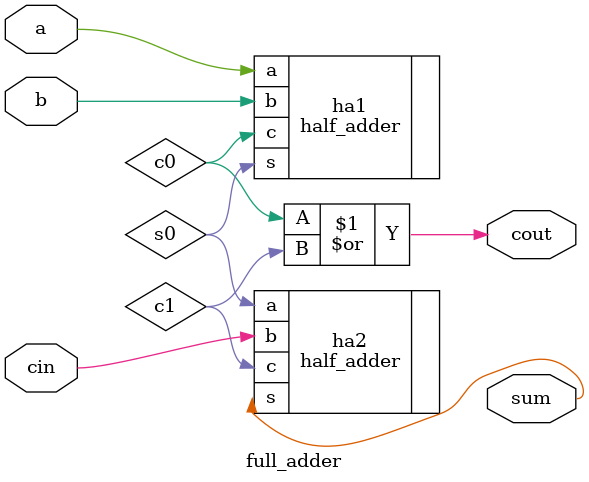
<source format=v>
`include "half_adder.v"

module full_adder(output sum, cout, input cin, a, b);

	wire s0, c0, c1;
	
	half_adder ha1(.c(c0), .s(s0), .a(a), .b(b));
	half_adder ha2(.c(c1), .s(sum), .a(s0), .b(cin));
	or(cout, c0, c1);

endmodule

</source>
